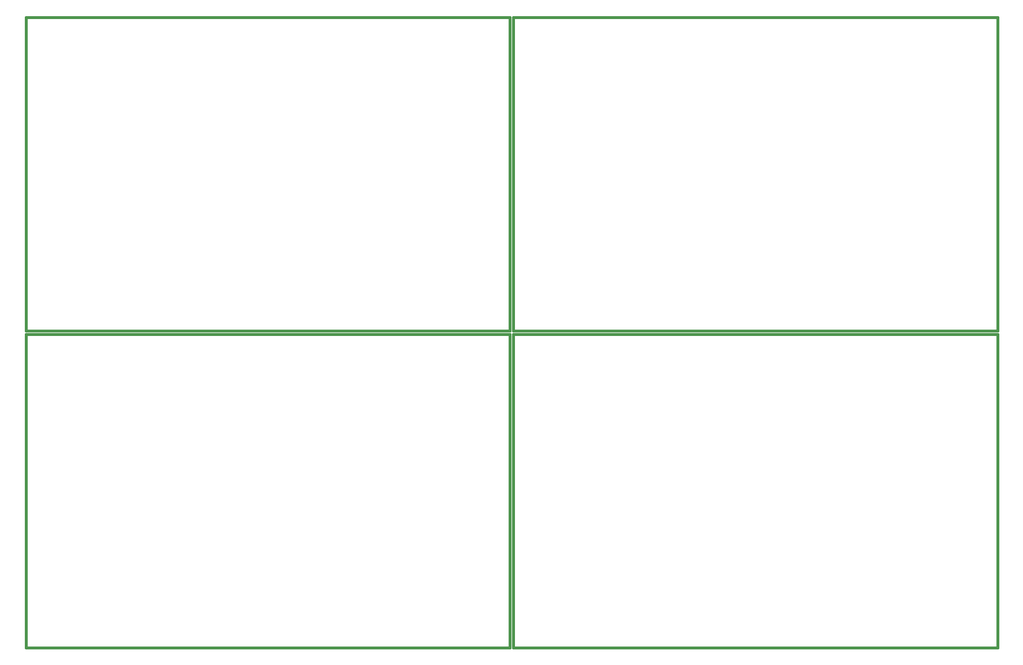
<source format=gbr>
*
%LPD*%
%LNOUTER*%
%FSLAX33Y33*%
%MOMM*%
%AD*%
%ADD22C,0.4064*%
G54D22*
%SRX1Y1I0.0J0.0*%
G1X71001Y0D2*
G1X71001Y45999D1*
G1X0Y45999D1*
G1X0Y0D1*
G1X71001Y0D1*
G1X142501Y0D2*
G1X142501Y45999D1*
G1X71500Y45999D1*
G1X71500Y0D1*
G1X142501Y0D1*
G1X71001Y46500D2*
G1X71001Y92499D1*
G1X0Y92499D1*
G1X0Y46500D1*
G1X71001Y46500D1*
G1X142501Y46500D2*
G1X142501Y92499D1*
G1X71500Y92499D1*
G1X71500Y46500D1*
G1X142501Y46500D1*
M2*

</source>
